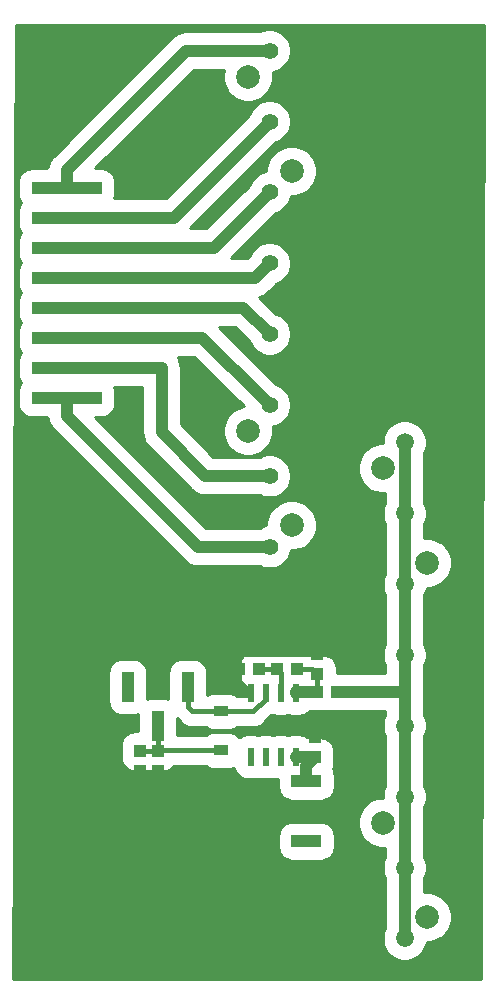
<source format=gbr>
G04 #@! TF.GenerationSoftware,KiCad,Pcbnew,5.1.5+dfsg1-2~bpo9+1*
G04 #@! TF.CreationDate,2020-09-13T22:03:03-04:00*
G04 #@! TF.ProjectId,bed_of_phage_2,6265645f-6f66-45f7-9068-6167655f322e,rev?*
G04 #@! TF.SameCoordinates,PX3dfd240PY1be51d0*
G04 #@! TF.FileFunction,Copper,L1,Top*
G04 #@! TF.FilePolarity,Positive*
%FSLAX46Y46*%
G04 Gerber Fmt 4.6, Leading zero omitted, Abs format (unit mm)*
G04 Created by KiCad (PCBNEW 5.1.5+dfsg1-2~bpo9+1) date 2020-09-13 22:03:03*
%MOMM*%
%LPD*%
G04 APERTURE LIST*
%ADD10R,5.999480X1.018540*%
%ADD11R,0.998220X1.099820*%
%ADD12R,1.099820X0.998220*%
%ADD13R,1.000000X2.510000*%
%ADD14R,1.200000X0.900000*%
%ADD15R,2.510000X1.000000*%
%ADD16R,0.600000X1.550000*%
%ADD17C,2.000000*%
%ADD18C,1.400000*%
%ADD19C,1.500000*%
%ADD20C,1.000000*%
%ADD21C,0.400000*%
%ADD22C,0.250000*%
%ADD23C,0.254000*%
G04 APERTURE END LIST*
D10*
X4696497Y-13913072D03*
X4696497Y-16453072D03*
X4696497Y-18993072D03*
X4696497Y-21533072D03*
X4696497Y-24073072D03*
X4696497Y-26613072D03*
X4696497Y-29153072D03*
X4696497Y-31693072D03*
D11*
X10945000Y-61626640D03*
X10945000Y-63323360D03*
D12*
X20973360Y-54675000D03*
X19276640Y-54675000D03*
X24221720Y-54675000D03*
X22525000Y-54675000D03*
D11*
X25925000Y-55123360D03*
X25925000Y-53426640D03*
X12405000Y-61626640D03*
X12405000Y-63323360D03*
X25725000Y-62123361D03*
X25725000Y-60426641D03*
D12*
X25924999Y-56625000D03*
X27621719Y-56625000D03*
D13*
X12405000Y-59500000D03*
X9865000Y-56190000D03*
X14945000Y-56190000D03*
D14*
X17775000Y-61555000D03*
X17775000Y-58255000D03*
D15*
X21699999Y-66705000D03*
X25009999Y-64165000D03*
X25009999Y-69245000D03*
D16*
X24085200Y-62095001D03*
X22815200Y-62095001D03*
X21545200Y-62095001D03*
X20275200Y-62095001D03*
X20275200Y-56695001D03*
X21545200Y-56695001D03*
X22815200Y-56695001D03*
X24085200Y-56695001D03*
D17*
X23749622Y-42498771D03*
X20043372Y-34498772D03*
D18*
X21896497Y-2313072D03*
X21896498Y-14313072D03*
X21896497Y-44313072D03*
X21896498Y-32313072D03*
X21896498Y-8313072D03*
D17*
X20046497Y-4498772D03*
D18*
X21896497Y-38313072D03*
D17*
X23749622Y-12498772D03*
D18*
X21896497Y-26313072D03*
X21896497Y-20313072D03*
D17*
X35175000Y-75670700D03*
X31475000Y-67670699D03*
X35175000Y-45670700D03*
X31475000Y-37670700D03*
D19*
X33325000Y-71475000D03*
X33324999Y-47475000D03*
X33325000Y-41475000D03*
X33325000Y-35475000D03*
X33325000Y-77475000D03*
X33325000Y-65475001D03*
X33325000Y-59475000D03*
X33325000Y-53475000D03*
D18*
X33315000Y-35485000D03*
X33315000Y-41485000D03*
X33314999Y-47485000D03*
X33315000Y-53485000D03*
X33315000Y-59485000D03*
X33315000Y-65485001D03*
X33315000Y-71485000D03*
X33315000Y-77485000D03*
D20*
X4696497Y-13913072D02*
X4696497Y-12403802D01*
X16196497Y-26613071D02*
X21296498Y-31713072D01*
X4696497Y-21533072D02*
X20676497Y-21533071D01*
X21296498Y-31713072D02*
X21896498Y-32313072D01*
X4696497Y-24073072D02*
X19656497Y-24073072D01*
X4696497Y-26613071D02*
X16196497Y-26613071D01*
X20676497Y-21533071D02*
X21896497Y-20313072D01*
X19656497Y-24073072D02*
X21896497Y-26313072D01*
X20906548Y-44313071D02*
X21896497Y-44313072D01*
X4696497Y-12403802D02*
X14787227Y-2313072D01*
X12736497Y-34623072D02*
X16426497Y-38313072D01*
X4696497Y-16453071D02*
X13756497Y-16453072D01*
X20906549Y-2313072D02*
X21896497Y-2313072D01*
X4696497Y-18993072D02*
X17216497Y-18993072D01*
X4696498Y-29153072D02*
X12736497Y-29153072D01*
X14787227Y-2313072D02*
X20906549Y-2313072D01*
X15807227Y-44313072D02*
X20906548Y-44313071D01*
X4696497Y-33202342D02*
X15807227Y-44313072D01*
X17216497Y-18993072D02*
X21896498Y-14313072D01*
X4696497Y-31693072D02*
X4696497Y-33202342D01*
X16426497Y-38313072D02*
X21896497Y-38313072D01*
X12736497Y-29153072D02*
X12736497Y-34623072D01*
X13756497Y-16453072D02*
X21896498Y-8313072D01*
X24155200Y-56625000D02*
X24085199Y-56695001D01*
X25925000Y-56625000D02*
X24155200Y-56625000D01*
D21*
X25925000Y-55123360D02*
X25925000Y-56625000D01*
X25476640Y-54675000D02*
X25925000Y-55123360D01*
X24221720Y-54675000D02*
X25476640Y-54675000D01*
D20*
X33325000Y-35475000D02*
X33325000Y-56475001D01*
X33325000Y-56475001D02*
X33325000Y-77475000D01*
X33175000Y-56625001D02*
X33325000Y-56475001D01*
X27621720Y-56625001D02*
X33175000Y-56625001D01*
X25696641Y-62095001D02*
X25725000Y-62123360D01*
D21*
X19276639Y-55696442D02*
X20275199Y-56695001D01*
X19276640Y-54675000D02*
X19276639Y-55696442D01*
X19276640Y-53775890D02*
X19276640Y-54675000D01*
X19625890Y-53426640D02*
X19276640Y-53775890D01*
X25925000Y-53426640D02*
X19625890Y-53426640D01*
X22815198Y-54965199D02*
X22525000Y-54675000D01*
X22815199Y-56695001D02*
X22815198Y-54965199D01*
X20973360Y-54675000D02*
X22525000Y-54675000D01*
D20*
X24085199Y-62095000D02*
X25696641Y-62095001D01*
X25010001Y-62838360D02*
X25725000Y-62123360D01*
X25010000Y-64165000D02*
X25010001Y-62838360D01*
D22*
X19276640Y-53925890D02*
X19276640Y-54675000D01*
D21*
X12405001Y-59500000D02*
X12405000Y-61626640D01*
X10945000Y-61626640D02*
X12405000Y-61626640D01*
X12476640Y-61555000D02*
X12405000Y-61626640D01*
X17775001Y-61555000D02*
X12476640Y-61555000D01*
X15355001Y-58255000D02*
X16775000Y-58255000D01*
X16775000Y-58255000D02*
X17775000Y-58255000D01*
X14945000Y-57845000D02*
X15355001Y-58255000D01*
X14945000Y-56190000D02*
X14945000Y-57845000D01*
X18775000Y-58255000D02*
X17775000Y-58255000D01*
X20460200Y-58255000D02*
X18775000Y-58255000D01*
X21545199Y-57170001D02*
X20460200Y-58255000D01*
X21545199Y-56695001D02*
X21545199Y-57170001D01*
D23*
G36*
X39811345Y-80873000D02*
G01*
X189238Y-80873000D01*
X217063Y-68745000D01*
X22622546Y-68745000D01*
X22622546Y-69745000D01*
X22644306Y-69965931D01*
X22708749Y-70178371D01*
X22813399Y-70374157D01*
X22954234Y-70545765D01*
X23125842Y-70686600D01*
X23321628Y-70791250D01*
X23534068Y-70855693D01*
X23754999Y-70877453D01*
X26264999Y-70877453D01*
X26485930Y-70855693D01*
X26698370Y-70791250D01*
X26894156Y-70686600D01*
X27065764Y-70545765D01*
X27206599Y-70374157D01*
X27311249Y-70178371D01*
X27375692Y-69965931D01*
X27397452Y-69745000D01*
X27397452Y-68745000D01*
X27375692Y-68524069D01*
X27311249Y-68311629D01*
X27206599Y-68115843D01*
X27065764Y-67944235D01*
X26894156Y-67803400D01*
X26698370Y-67698750D01*
X26485930Y-67634307D01*
X26264999Y-67612547D01*
X23754999Y-67612547D01*
X23534068Y-67634307D01*
X23321628Y-67698750D01*
X23125842Y-67803400D01*
X22954234Y-67944235D01*
X22813399Y-68115843D01*
X22708749Y-68311629D01*
X22644306Y-68524069D01*
X22622546Y-68745000D01*
X217063Y-68745000D01*
X248747Y-54935000D01*
X8232547Y-54935000D01*
X8232547Y-57445000D01*
X8254307Y-57665931D01*
X8318750Y-57878371D01*
X8423400Y-58074157D01*
X8564235Y-58245765D01*
X8735843Y-58386600D01*
X8931629Y-58491250D01*
X9144069Y-58555693D01*
X9365000Y-58577453D01*
X10365000Y-58577453D01*
X10585931Y-58555693D01*
X10772547Y-58499084D01*
X10772547Y-59944277D01*
X10445890Y-59944277D01*
X10224959Y-59966037D01*
X10012519Y-60030480D01*
X9816733Y-60135130D01*
X9645125Y-60275965D01*
X9504290Y-60447573D01*
X9399640Y-60643359D01*
X9335197Y-60855799D01*
X9313437Y-61076730D01*
X9313437Y-62176550D01*
X9335197Y-62397481D01*
X9399640Y-62609921D01*
X9504290Y-62805707D01*
X9645125Y-62977315D01*
X9816733Y-63118150D01*
X10012519Y-63222800D01*
X10224959Y-63287243D01*
X10445890Y-63309003D01*
X11444110Y-63309003D01*
X11665041Y-63287243D01*
X11675000Y-63284222D01*
X11684959Y-63287243D01*
X11905890Y-63309003D01*
X12904110Y-63309003D01*
X13125041Y-63287243D01*
X13337481Y-63222800D01*
X13533267Y-63118150D01*
X13704875Y-62977315D01*
X13783098Y-62882000D01*
X16467128Y-62882000D01*
X16545843Y-62946600D01*
X16741629Y-63051250D01*
X16954069Y-63115693D01*
X17175000Y-63137453D01*
X18375000Y-63137453D01*
X18595931Y-63115693D01*
X18808371Y-63051250D01*
X18857987Y-63024730D01*
X18864507Y-63090932D01*
X18928950Y-63303372D01*
X19033600Y-63499158D01*
X19174435Y-63670766D01*
X19346043Y-63811601D01*
X19541829Y-63916251D01*
X19754269Y-63980694D01*
X19975200Y-64002454D01*
X20575200Y-64002454D01*
X20796131Y-63980694D01*
X20910200Y-63946092D01*
X21024269Y-63980694D01*
X21245200Y-64002454D01*
X21845200Y-64002454D01*
X22066131Y-63980694D01*
X22180200Y-63946092D01*
X22294269Y-63980694D01*
X22515200Y-64002454D01*
X22622546Y-64002454D01*
X22622546Y-64665000D01*
X22644306Y-64885931D01*
X22708749Y-65098371D01*
X22813399Y-65294157D01*
X22954234Y-65465765D01*
X23125842Y-65606600D01*
X23321628Y-65711250D01*
X23534068Y-65775693D01*
X23754999Y-65797453D01*
X24985449Y-65797453D01*
X25009999Y-65799871D01*
X25034550Y-65797453D01*
X26264999Y-65797453D01*
X26485930Y-65775693D01*
X26698370Y-65711250D01*
X26894156Y-65606600D01*
X27065764Y-65465765D01*
X27206599Y-65294157D01*
X27311249Y-65098371D01*
X27375692Y-64885931D01*
X27397452Y-64665000D01*
X27397452Y-63665000D01*
X27375692Y-63444069D01*
X27311249Y-63231629D01*
X27257401Y-63130887D01*
X27270360Y-63106642D01*
X27334803Y-62894202D01*
X27356563Y-62673271D01*
X27356563Y-62156956D01*
X27359872Y-62123360D01*
X27356563Y-62089764D01*
X27356563Y-61573451D01*
X27334803Y-61352520D01*
X27270360Y-61140080D01*
X27165710Y-60944294D01*
X27024875Y-60772686D01*
X26853267Y-60631851D01*
X26657481Y-60527201D01*
X26445041Y-60462758D01*
X26224110Y-60440998D01*
X25225890Y-60440998D01*
X25105125Y-60452892D01*
X25014357Y-60378401D01*
X24818571Y-60273751D01*
X24606131Y-60209308D01*
X24385200Y-60187548D01*
X23785200Y-60187548D01*
X23564269Y-60209308D01*
X23450200Y-60243910D01*
X23336131Y-60209308D01*
X23115200Y-60187548D01*
X22515200Y-60187548D01*
X22294269Y-60209308D01*
X22180200Y-60243910D01*
X22066131Y-60209308D01*
X21845200Y-60187548D01*
X21245200Y-60187548D01*
X21024269Y-60209308D01*
X20910200Y-60243910D01*
X20796131Y-60209308D01*
X20575200Y-60187548D01*
X19975200Y-60187548D01*
X19754269Y-60209308D01*
X19541829Y-60273751D01*
X19346043Y-60378401D01*
X19280665Y-60432056D01*
X19175765Y-60304235D01*
X19004157Y-60163400D01*
X18808371Y-60058750D01*
X18595931Y-59994307D01*
X18375000Y-59972547D01*
X17175000Y-59972547D01*
X16954069Y-59994307D01*
X16741629Y-60058750D01*
X16545843Y-60163400D01*
X16467128Y-60228000D01*
X14037453Y-60228000D01*
X14037453Y-58816858D01*
X14052762Y-58829422D01*
X14370576Y-59147236D01*
X14412131Y-59197870D01*
X14614193Y-59363698D01*
X14844723Y-59486919D01*
X15094864Y-59562799D01*
X15289817Y-59582000D01*
X15289828Y-59582000D01*
X15355002Y-59588419D01*
X15420173Y-59582000D01*
X16467128Y-59582000D01*
X16545843Y-59646600D01*
X16741629Y-59751250D01*
X16954069Y-59815693D01*
X17175000Y-59837453D01*
X18375000Y-59837453D01*
X18595931Y-59815693D01*
X18808371Y-59751250D01*
X19004157Y-59646600D01*
X19082872Y-59582000D01*
X20395026Y-59582000D01*
X20460200Y-59588419D01*
X20525374Y-59582000D01*
X20525384Y-59582000D01*
X20720337Y-59562799D01*
X20970478Y-59486919D01*
X21201008Y-59363698D01*
X21403070Y-59197870D01*
X21444625Y-59147235D01*
X22005162Y-58586699D01*
X22066131Y-58580694D01*
X22180200Y-58546092D01*
X22294269Y-58580694D01*
X22515200Y-58602454D01*
X23115200Y-58602454D01*
X23336131Y-58580694D01*
X23450200Y-58546092D01*
X23564269Y-58580694D01*
X23785200Y-58602454D01*
X24385200Y-58602454D01*
X24606131Y-58580694D01*
X24818571Y-58516251D01*
X25014357Y-58411601D01*
X25185965Y-58270766D01*
X25201366Y-58252000D01*
X25328761Y-58252000D01*
X25375089Y-58256563D01*
X26474909Y-58256563D01*
X26695840Y-58234803D01*
X26773359Y-58211288D01*
X26850878Y-58234803D01*
X27071809Y-58256563D01*
X28171629Y-58256563D01*
X28217947Y-58252001D01*
X31698000Y-58252001D01*
X31698000Y-58531466D01*
X31661624Y-58585907D01*
X31520132Y-58927499D01*
X31448000Y-59290132D01*
X31448000Y-59659868D01*
X31520132Y-60022501D01*
X31661624Y-60364093D01*
X31698000Y-60418534D01*
X31698000Y-64531467D01*
X31661624Y-64585908D01*
X31520132Y-64927500D01*
X31448000Y-65290133D01*
X31448000Y-65543699D01*
X31265509Y-65543699D01*
X30854577Y-65625438D01*
X30467488Y-65785776D01*
X30119116Y-66018550D01*
X29822851Y-66314815D01*
X29590077Y-66663187D01*
X29429739Y-67050276D01*
X29348000Y-67461208D01*
X29348000Y-67880190D01*
X29429739Y-68291122D01*
X29590077Y-68678211D01*
X29822851Y-69026583D01*
X30119116Y-69322848D01*
X30467488Y-69555622D01*
X30854577Y-69715960D01*
X31265509Y-69797699D01*
X31684491Y-69797699D01*
X31698001Y-69795012D01*
X31698001Y-70531466D01*
X31661624Y-70585907D01*
X31520132Y-70927499D01*
X31448000Y-71290132D01*
X31448000Y-71659868D01*
X31520132Y-72022501D01*
X31661624Y-72364093D01*
X31698001Y-72418535D01*
X31698001Y-76531465D01*
X31661624Y-76585907D01*
X31520132Y-76927499D01*
X31448000Y-77290132D01*
X31448000Y-77659868D01*
X31520132Y-78022501D01*
X31661624Y-78364093D01*
X31867039Y-78671518D01*
X32128482Y-78932961D01*
X32435907Y-79138376D01*
X32777499Y-79279868D01*
X33140132Y-79352000D01*
X33509868Y-79352000D01*
X33872501Y-79279868D01*
X34214093Y-79138376D01*
X34521518Y-78932961D01*
X34782961Y-78671518D01*
X34988376Y-78364093D01*
X35129868Y-78022501D01*
X35174584Y-77797700D01*
X35384491Y-77797700D01*
X35795423Y-77715961D01*
X36182512Y-77555623D01*
X36530884Y-77322849D01*
X36827149Y-77026584D01*
X37059923Y-76678212D01*
X37220261Y-76291123D01*
X37302000Y-75880191D01*
X37302000Y-75461209D01*
X37220261Y-75050277D01*
X37059923Y-74663188D01*
X36827149Y-74314816D01*
X36530884Y-74018551D01*
X36182512Y-73785777D01*
X35795423Y-73625439D01*
X35384491Y-73543700D01*
X34965509Y-73543700D01*
X34952000Y-73546387D01*
X34952000Y-72418533D01*
X34988376Y-72364093D01*
X35129868Y-72022501D01*
X35202000Y-71659868D01*
X35202000Y-71290132D01*
X35129868Y-70927499D01*
X34988376Y-70585907D01*
X34952000Y-70531467D01*
X34952000Y-66418534D01*
X34988376Y-66364094D01*
X35129868Y-66022502D01*
X35202000Y-65659869D01*
X35202000Y-65290133D01*
X35129868Y-64927500D01*
X34988376Y-64585908D01*
X34952000Y-64531468D01*
X34952000Y-60418533D01*
X34988376Y-60364093D01*
X35129868Y-60022501D01*
X35202000Y-59659868D01*
X35202000Y-59290132D01*
X35129868Y-58927499D01*
X34988376Y-58585907D01*
X34952000Y-58531467D01*
X34952000Y-56554916D01*
X34959871Y-56475002D01*
X34952000Y-56395087D01*
X34952000Y-54418533D01*
X34988376Y-54364093D01*
X35129868Y-54022501D01*
X35202000Y-53659868D01*
X35202000Y-53290132D01*
X35129868Y-52927499D01*
X34988376Y-52585907D01*
X34952000Y-52531467D01*
X34952000Y-48418532D01*
X34988375Y-48364093D01*
X35129867Y-48022501D01*
X35174583Y-47797700D01*
X35384491Y-47797700D01*
X35795423Y-47715961D01*
X36182512Y-47555623D01*
X36530884Y-47322849D01*
X36827149Y-47026584D01*
X37059923Y-46678212D01*
X37220261Y-46291123D01*
X37302000Y-45880191D01*
X37302000Y-45461209D01*
X37220261Y-45050277D01*
X37059923Y-44663188D01*
X36827149Y-44314816D01*
X36530884Y-44018551D01*
X36182512Y-43785777D01*
X35795423Y-43625439D01*
X35384491Y-43543700D01*
X34965509Y-43543700D01*
X34952000Y-43546387D01*
X34952000Y-42418533D01*
X34988376Y-42364093D01*
X35129868Y-42022501D01*
X35202000Y-41659868D01*
X35202000Y-41290132D01*
X35129868Y-40927499D01*
X34988376Y-40585907D01*
X34952000Y-40531467D01*
X34952000Y-36418533D01*
X34988376Y-36364093D01*
X35129868Y-36022501D01*
X35202000Y-35659868D01*
X35202000Y-35290132D01*
X35129868Y-34927499D01*
X34988376Y-34585907D01*
X34782961Y-34278482D01*
X34521518Y-34017039D01*
X34214093Y-33811624D01*
X33872501Y-33670132D01*
X33509868Y-33598000D01*
X33140132Y-33598000D01*
X32777499Y-33670132D01*
X32435907Y-33811624D01*
X32128482Y-34017039D01*
X31867039Y-34278482D01*
X31661624Y-34585907D01*
X31520132Y-34927499D01*
X31448000Y-35290132D01*
X31448000Y-35543700D01*
X31265509Y-35543700D01*
X30854577Y-35625439D01*
X30467488Y-35785777D01*
X30119116Y-36018551D01*
X29822851Y-36314816D01*
X29590077Y-36663188D01*
X29429739Y-37050277D01*
X29348000Y-37461209D01*
X29348000Y-37880191D01*
X29429739Y-38291123D01*
X29590077Y-38678212D01*
X29822851Y-39026584D01*
X30119116Y-39322849D01*
X30467488Y-39555623D01*
X30854577Y-39715961D01*
X31265509Y-39797700D01*
X31684491Y-39797700D01*
X31698000Y-39795013D01*
X31698000Y-40531466D01*
X31661624Y-40585907D01*
X31520132Y-40927499D01*
X31448000Y-41290132D01*
X31448000Y-41659868D01*
X31520132Y-42022501D01*
X31661624Y-42364093D01*
X31698000Y-42418534D01*
X31698001Y-46531464D01*
X31661623Y-46585907D01*
X31520131Y-46927499D01*
X31447999Y-47290132D01*
X31447999Y-47659868D01*
X31520131Y-48022501D01*
X31661623Y-48364093D01*
X31698001Y-48418536D01*
X31698001Y-52531465D01*
X31661624Y-52585907D01*
X31520132Y-52927499D01*
X31448000Y-53290132D01*
X31448000Y-53659868D01*
X31520132Y-54022501D01*
X31661624Y-54364093D01*
X31698001Y-54418535D01*
X31698001Y-54998001D01*
X28217968Y-54998001D01*
X28171629Y-54993437D01*
X27556563Y-54993437D01*
X27556563Y-54573450D01*
X27534803Y-54352519D01*
X27470360Y-54140079D01*
X27365710Y-53944293D01*
X27224875Y-53772685D01*
X27053267Y-53631850D01*
X26857481Y-53527200D01*
X26645041Y-53462757D01*
X26424110Y-53440997D01*
X25980048Y-53440997D01*
X25736777Y-53367201D01*
X25541824Y-53348000D01*
X25541814Y-53348000D01*
X25539006Y-53347723D01*
X25400787Y-53234290D01*
X25205001Y-53129640D01*
X24992561Y-53065197D01*
X24771630Y-53043437D01*
X23671810Y-53043437D01*
X23450879Y-53065197D01*
X23373360Y-53088712D01*
X23295841Y-53065197D01*
X23074910Y-53043437D01*
X21975090Y-53043437D01*
X21754159Y-53065197D01*
X21749180Y-53066707D01*
X21744201Y-53065197D01*
X21523270Y-53043437D01*
X20423450Y-53043437D01*
X20202519Y-53065197D01*
X19990079Y-53129640D01*
X19794293Y-53234290D01*
X19622685Y-53375125D01*
X19481850Y-53546733D01*
X19377200Y-53742519D01*
X19312757Y-53954959D01*
X19290997Y-54175890D01*
X19290997Y-55174110D01*
X19312757Y-55395041D01*
X19377200Y-55607481D01*
X19481850Y-55803267D01*
X19622685Y-55974875D01*
X19794293Y-56115710D01*
X19990079Y-56220360D01*
X20112747Y-56257571D01*
X20112747Y-56725792D01*
X19910540Y-56928000D01*
X19082872Y-56928000D01*
X19004157Y-56863400D01*
X18808371Y-56758750D01*
X18595931Y-56694307D01*
X18375000Y-56672547D01*
X17175000Y-56672547D01*
X16954069Y-56694307D01*
X16741629Y-56758750D01*
X16577453Y-56846504D01*
X16577453Y-54935000D01*
X16555693Y-54714069D01*
X16491250Y-54501629D01*
X16386600Y-54305843D01*
X16245765Y-54134235D01*
X16074157Y-53993400D01*
X15878371Y-53888750D01*
X15665931Y-53824307D01*
X15445000Y-53802547D01*
X14445000Y-53802547D01*
X14224069Y-53824307D01*
X14011629Y-53888750D01*
X13815843Y-53993400D01*
X13644235Y-54134235D01*
X13503400Y-54305843D01*
X13398750Y-54501629D01*
X13334307Y-54714069D01*
X13312547Y-54935000D01*
X13312547Y-57190916D01*
X13125931Y-57134307D01*
X12905000Y-57112547D01*
X11905000Y-57112547D01*
X11684069Y-57134307D01*
X11497453Y-57190916D01*
X11497453Y-54935000D01*
X11475693Y-54714069D01*
X11411250Y-54501629D01*
X11306600Y-54305843D01*
X11165765Y-54134235D01*
X10994157Y-53993400D01*
X10798371Y-53888750D01*
X10585931Y-53824307D01*
X10365000Y-53802547D01*
X9365000Y-53802547D01*
X9144069Y-53824307D01*
X8931629Y-53888750D01*
X8735843Y-53993400D01*
X8564235Y-54134235D01*
X8423400Y-54305843D01*
X8318750Y-54501629D01*
X8254307Y-54714069D01*
X8232547Y-54935000D01*
X248747Y-54935000D01*
X344032Y-13403802D01*
X564304Y-13403802D01*
X564304Y-14422342D01*
X586064Y-14643273D01*
X650507Y-14855713D01*
X755157Y-15051499D01*
X863136Y-15183072D01*
X755157Y-15314645D01*
X650507Y-15510431D01*
X586064Y-15722871D01*
X564304Y-15943802D01*
X564304Y-16962342D01*
X586064Y-17183273D01*
X650507Y-17395713D01*
X755157Y-17591499D01*
X863136Y-17723072D01*
X755157Y-17854645D01*
X650507Y-18050431D01*
X586064Y-18262871D01*
X564304Y-18483802D01*
X564304Y-19502342D01*
X586064Y-19723273D01*
X650507Y-19935713D01*
X755157Y-20131499D01*
X863136Y-20263072D01*
X755157Y-20394645D01*
X650507Y-20590431D01*
X586064Y-20802871D01*
X564304Y-21023802D01*
X564304Y-22042342D01*
X586064Y-22263273D01*
X650507Y-22475713D01*
X755157Y-22671499D01*
X863136Y-22803072D01*
X755157Y-22934645D01*
X650507Y-23130431D01*
X586064Y-23342871D01*
X564304Y-23563802D01*
X564304Y-24582342D01*
X586064Y-24803273D01*
X650507Y-25015713D01*
X755157Y-25211499D01*
X863136Y-25343072D01*
X755157Y-25474645D01*
X650507Y-25670431D01*
X586064Y-25882871D01*
X564304Y-26103802D01*
X564304Y-27122342D01*
X586064Y-27343273D01*
X650507Y-27555713D01*
X755157Y-27751499D01*
X863136Y-27883072D01*
X755157Y-28014645D01*
X650507Y-28210431D01*
X586064Y-28422871D01*
X564304Y-28643802D01*
X564304Y-29662342D01*
X586064Y-29883273D01*
X650507Y-30095713D01*
X755157Y-30291499D01*
X863136Y-30423072D01*
X755157Y-30554645D01*
X650507Y-30750431D01*
X586064Y-30962871D01*
X564304Y-31183802D01*
X564304Y-32202342D01*
X586064Y-32423273D01*
X650507Y-32635713D01*
X755157Y-32831499D01*
X895992Y-33003107D01*
X1067600Y-33143942D01*
X1263386Y-33248592D01*
X1475826Y-33313035D01*
X1696757Y-33334795D01*
X3074671Y-33334795D01*
X3093039Y-33521290D01*
X3157017Y-33732196D01*
X3186073Y-33827980D01*
X3337151Y-34110627D01*
X3489519Y-34296289D01*
X3489523Y-34296293D01*
X3540469Y-34358371D01*
X3602547Y-34409317D01*
X14600258Y-45407029D01*
X14651199Y-45469101D01*
X14713271Y-45520042D01*
X14713279Y-45520050D01*
X14898941Y-45672418D01*
X15010778Y-45732196D01*
X15181590Y-45823497D01*
X15488280Y-45916530D01*
X15727303Y-45940072D01*
X15727312Y-45940072D01*
X15807226Y-45947943D01*
X15887141Y-45940072D01*
X20855300Y-45940070D01*
X21050238Y-45940070D01*
X21363581Y-46069861D01*
X21716553Y-46140072D01*
X22076441Y-46140072D01*
X22429413Y-46069861D01*
X22761906Y-45932138D01*
X23061142Y-45732196D01*
X23315621Y-45477717D01*
X23515563Y-45178481D01*
X23653286Y-44845988D01*
X23697090Y-44625771D01*
X23959113Y-44625771D01*
X24370045Y-44544032D01*
X24757134Y-44383694D01*
X25105506Y-44150920D01*
X25401771Y-43854655D01*
X25634545Y-43506283D01*
X25794883Y-43119194D01*
X25876622Y-42708262D01*
X25876622Y-42289280D01*
X25794883Y-41878348D01*
X25634545Y-41491259D01*
X25401771Y-41142887D01*
X25105506Y-40846622D01*
X24757134Y-40613848D01*
X24370045Y-40453510D01*
X23959113Y-40371771D01*
X23540131Y-40371771D01*
X23129199Y-40453510D01*
X22742110Y-40613848D01*
X22393738Y-40846622D01*
X22097473Y-41142887D01*
X21864699Y-41491259D01*
X21704361Y-41878348D01*
X21622622Y-42289280D01*
X21622622Y-42504756D01*
X21363581Y-42556283D01*
X21050244Y-42686071D01*
X20826624Y-42686071D01*
X16481154Y-42686073D01*
X7129875Y-33334795D01*
X7696237Y-33334795D01*
X7917168Y-33313035D01*
X8129608Y-33248592D01*
X8325394Y-33143942D01*
X8497002Y-33003107D01*
X8637837Y-32831499D01*
X8742487Y-32635713D01*
X8806930Y-32423273D01*
X8828690Y-32202342D01*
X8828690Y-31183802D01*
X8806930Y-30962871D01*
X8751479Y-30780072D01*
X11109497Y-30780072D01*
X11109498Y-34543148D01*
X11101626Y-34623072D01*
X11133040Y-34942019D01*
X11226073Y-35248710D01*
X11377151Y-35531357D01*
X11529519Y-35717019D01*
X11529523Y-35717023D01*
X11580469Y-35779101D01*
X11642547Y-35830047D01*
X15219522Y-39407023D01*
X15270468Y-39469101D01*
X15332546Y-39520047D01*
X15332549Y-39520050D01*
X15427532Y-39598000D01*
X15518211Y-39672418D01*
X15800859Y-39823497D01*
X16107549Y-39916530D01*
X16346572Y-39940072D01*
X16346582Y-39940072D01*
X16426496Y-39947943D01*
X16506411Y-39940072D01*
X21050242Y-39940072D01*
X21363581Y-40069861D01*
X21716553Y-40140072D01*
X22076441Y-40140072D01*
X22429413Y-40069861D01*
X22761906Y-39932138D01*
X23061142Y-39732196D01*
X23315621Y-39477717D01*
X23515563Y-39178481D01*
X23653286Y-38845988D01*
X23723497Y-38493016D01*
X23723497Y-38133128D01*
X23653286Y-37780156D01*
X23515563Y-37447663D01*
X23315621Y-37148427D01*
X23061142Y-36893948D01*
X22761906Y-36694006D01*
X22429413Y-36556283D01*
X22076441Y-36486072D01*
X21716553Y-36486072D01*
X21363581Y-36556283D01*
X21050242Y-36686072D01*
X17100423Y-36686072D01*
X14363497Y-33949147D01*
X14363497Y-29232997D01*
X14371369Y-29153072D01*
X14339955Y-28834124D01*
X14246922Y-28527434D01*
X14095843Y-28244786D01*
X14091974Y-28240071D01*
X15522572Y-28240071D01*
X19684072Y-32401571D01*
X19422949Y-32453511D01*
X19035860Y-32613849D01*
X18687488Y-32846623D01*
X18391223Y-33142888D01*
X18158449Y-33491260D01*
X17998111Y-33878349D01*
X17916372Y-34289281D01*
X17916372Y-34708263D01*
X17998111Y-35119195D01*
X18158449Y-35506284D01*
X18391223Y-35854656D01*
X18687488Y-36150921D01*
X19035860Y-36383695D01*
X19422949Y-36544033D01*
X19833881Y-36625772D01*
X20252863Y-36625772D01*
X20663795Y-36544033D01*
X21050884Y-36383695D01*
X21399256Y-36150921D01*
X21695521Y-35854656D01*
X21928295Y-35506284D01*
X22088633Y-35119195D01*
X22170372Y-34708263D01*
X22170372Y-34289281D01*
X22138247Y-34127778D01*
X22429414Y-34069861D01*
X22761907Y-33932138D01*
X23061143Y-33732196D01*
X23315622Y-33477717D01*
X23515564Y-33178481D01*
X23653287Y-32845988D01*
X23723498Y-32493016D01*
X23723498Y-32133128D01*
X23653287Y-31780156D01*
X23515564Y-31447663D01*
X23315622Y-31148427D01*
X23061143Y-30893948D01*
X22761907Y-30694006D01*
X22448568Y-30564217D01*
X17584423Y-25700072D01*
X18982572Y-25700072D01*
X20147642Y-26865142D01*
X20277431Y-27178481D01*
X20477373Y-27477717D01*
X20731852Y-27732196D01*
X21031088Y-27932138D01*
X21363581Y-28069861D01*
X21716553Y-28140072D01*
X22076441Y-28140072D01*
X22429413Y-28069861D01*
X22761906Y-27932138D01*
X23061142Y-27732196D01*
X23315621Y-27477717D01*
X23515563Y-27178481D01*
X23653286Y-26845988D01*
X23723497Y-26493016D01*
X23723497Y-26133128D01*
X23653286Y-25780156D01*
X23515563Y-25447663D01*
X23315621Y-25148427D01*
X23061142Y-24893948D01*
X22761906Y-24694006D01*
X22448567Y-24564217D01*
X21014959Y-23130609D01*
X21302135Y-23043495D01*
X21584782Y-22892417D01*
X21770443Y-22740049D01*
X21832526Y-22689099D01*
X21883476Y-22627016D01*
X22448565Y-22061928D01*
X22761906Y-21932138D01*
X23061142Y-21732196D01*
X23315621Y-21477717D01*
X23515563Y-21178481D01*
X23653286Y-20845988D01*
X23723497Y-20493016D01*
X23723497Y-20133128D01*
X23653286Y-19780156D01*
X23515563Y-19447663D01*
X23315621Y-19148427D01*
X23061142Y-18893948D01*
X22761906Y-18694006D01*
X22429413Y-18556283D01*
X22076441Y-18486072D01*
X21716553Y-18486072D01*
X21363581Y-18556283D01*
X21031088Y-18694006D01*
X20731852Y-18893948D01*
X20477373Y-19148427D01*
X20277431Y-19447663D01*
X20147642Y-19761002D01*
X20002573Y-19906071D01*
X18604423Y-19906071D01*
X22448567Y-16061927D01*
X22761907Y-15932138D01*
X23061143Y-15732196D01*
X23315622Y-15477717D01*
X23515564Y-15178481D01*
X23653287Y-14845988D01*
X23697091Y-14625772D01*
X23959113Y-14625772D01*
X24370045Y-14544033D01*
X24757134Y-14383695D01*
X25105506Y-14150921D01*
X25401771Y-13854656D01*
X25634545Y-13506284D01*
X25794883Y-13119195D01*
X25876622Y-12708263D01*
X25876622Y-12289281D01*
X25794883Y-11878349D01*
X25634545Y-11491260D01*
X25401771Y-11142888D01*
X25105506Y-10846623D01*
X24757134Y-10613849D01*
X24370045Y-10453511D01*
X23959113Y-10371772D01*
X23540131Y-10371772D01*
X23129199Y-10453511D01*
X22742110Y-10613849D01*
X22393738Y-10846623D01*
X22097473Y-11142888D01*
X21864699Y-11491260D01*
X21704361Y-11878349D01*
X21622622Y-12289281D01*
X21622622Y-12504756D01*
X21363582Y-12556283D01*
X21031089Y-12694006D01*
X20731853Y-12893948D01*
X20477374Y-13148427D01*
X20277432Y-13447663D01*
X20147643Y-13761001D01*
X16542572Y-17366072D01*
X15144422Y-17366072D01*
X22448569Y-10061927D01*
X22761907Y-9932138D01*
X23061143Y-9732196D01*
X23315622Y-9477717D01*
X23515564Y-9178481D01*
X23653287Y-8845988D01*
X23723498Y-8493016D01*
X23723498Y-8133128D01*
X23653287Y-7780156D01*
X23515564Y-7447663D01*
X23315622Y-7148427D01*
X23061143Y-6893948D01*
X22761907Y-6694006D01*
X22429414Y-6556283D01*
X22076442Y-6486072D01*
X21716554Y-6486072D01*
X21363582Y-6556283D01*
X21031089Y-6694006D01*
X20731853Y-6893948D01*
X20477374Y-7148427D01*
X20277432Y-7447663D01*
X20147643Y-7761001D01*
X13082571Y-14826073D01*
X8751479Y-14826072D01*
X8806930Y-14643273D01*
X8828690Y-14422342D01*
X8828690Y-13403802D01*
X8806930Y-13182871D01*
X8742487Y-12970431D01*
X8637837Y-12774645D01*
X8497002Y-12603037D01*
X8325394Y-12462202D01*
X8129608Y-12357552D01*
X7917168Y-12293109D01*
X7696237Y-12271349D01*
X7129875Y-12271349D01*
X15461153Y-3940072D01*
X17988959Y-3940072D01*
X17919497Y-4289281D01*
X17919497Y-4708263D01*
X18001236Y-5119195D01*
X18161574Y-5506284D01*
X18394348Y-5854656D01*
X18690613Y-6150921D01*
X19038985Y-6383695D01*
X19426074Y-6544033D01*
X19837006Y-6625772D01*
X20255988Y-6625772D01*
X20666920Y-6544033D01*
X21054009Y-6383695D01*
X21402381Y-6150921D01*
X21698646Y-5854656D01*
X21931420Y-5506284D01*
X22091758Y-5119195D01*
X22173497Y-4708263D01*
X22173497Y-4289281D01*
X22141253Y-4127180D01*
X22429413Y-4069861D01*
X22761906Y-3932138D01*
X23061142Y-3732196D01*
X23315621Y-3477717D01*
X23515563Y-3178481D01*
X23653286Y-2845988D01*
X23723497Y-2493016D01*
X23723497Y-2133128D01*
X23653286Y-1780156D01*
X23515563Y-1447663D01*
X23315621Y-1148427D01*
X23061142Y-893948D01*
X22761906Y-694006D01*
X22429413Y-556283D01*
X22076441Y-486072D01*
X21716553Y-486072D01*
X21363581Y-556283D01*
X21050242Y-686072D01*
X14867141Y-686072D01*
X14787226Y-678201D01*
X14707312Y-686072D01*
X14707302Y-686072D01*
X14468279Y-709614D01*
X14161589Y-802647D01*
X14161587Y-802648D01*
X13878941Y-953726D01*
X13693279Y-1106094D01*
X13693276Y-1106097D01*
X13631198Y-1157043D01*
X13580252Y-1219121D01*
X3602547Y-11196827D01*
X3540469Y-11247773D01*
X3489523Y-11309851D01*
X3489519Y-11309855D01*
X3340645Y-11491260D01*
X3337152Y-11495516D01*
X3186073Y-11778164D01*
X3093039Y-12084854D01*
X3074671Y-12271349D01*
X1696757Y-12271349D01*
X1475826Y-12293109D01*
X1263386Y-12357552D01*
X1067600Y-12462202D01*
X895992Y-12603037D01*
X755157Y-12774645D01*
X650507Y-12970431D01*
X586064Y-13182871D01*
X564304Y-13403802D01*
X344032Y-13403802D01*
X374494Y-127000D01*
X39996601Y-127000D01*
X39811345Y-80873000D01*
G37*
X39811345Y-80873000D02*
X189238Y-80873000D01*
X217063Y-68745000D01*
X22622546Y-68745000D01*
X22622546Y-69745000D01*
X22644306Y-69965931D01*
X22708749Y-70178371D01*
X22813399Y-70374157D01*
X22954234Y-70545765D01*
X23125842Y-70686600D01*
X23321628Y-70791250D01*
X23534068Y-70855693D01*
X23754999Y-70877453D01*
X26264999Y-70877453D01*
X26485930Y-70855693D01*
X26698370Y-70791250D01*
X26894156Y-70686600D01*
X27065764Y-70545765D01*
X27206599Y-70374157D01*
X27311249Y-70178371D01*
X27375692Y-69965931D01*
X27397452Y-69745000D01*
X27397452Y-68745000D01*
X27375692Y-68524069D01*
X27311249Y-68311629D01*
X27206599Y-68115843D01*
X27065764Y-67944235D01*
X26894156Y-67803400D01*
X26698370Y-67698750D01*
X26485930Y-67634307D01*
X26264999Y-67612547D01*
X23754999Y-67612547D01*
X23534068Y-67634307D01*
X23321628Y-67698750D01*
X23125842Y-67803400D01*
X22954234Y-67944235D01*
X22813399Y-68115843D01*
X22708749Y-68311629D01*
X22644306Y-68524069D01*
X22622546Y-68745000D01*
X217063Y-68745000D01*
X248747Y-54935000D01*
X8232547Y-54935000D01*
X8232547Y-57445000D01*
X8254307Y-57665931D01*
X8318750Y-57878371D01*
X8423400Y-58074157D01*
X8564235Y-58245765D01*
X8735843Y-58386600D01*
X8931629Y-58491250D01*
X9144069Y-58555693D01*
X9365000Y-58577453D01*
X10365000Y-58577453D01*
X10585931Y-58555693D01*
X10772547Y-58499084D01*
X10772547Y-59944277D01*
X10445890Y-59944277D01*
X10224959Y-59966037D01*
X10012519Y-60030480D01*
X9816733Y-60135130D01*
X9645125Y-60275965D01*
X9504290Y-60447573D01*
X9399640Y-60643359D01*
X9335197Y-60855799D01*
X9313437Y-61076730D01*
X9313437Y-62176550D01*
X9335197Y-62397481D01*
X9399640Y-62609921D01*
X9504290Y-62805707D01*
X9645125Y-62977315D01*
X9816733Y-63118150D01*
X10012519Y-63222800D01*
X10224959Y-63287243D01*
X10445890Y-63309003D01*
X11444110Y-63309003D01*
X11665041Y-63287243D01*
X11675000Y-63284222D01*
X11684959Y-63287243D01*
X11905890Y-63309003D01*
X12904110Y-63309003D01*
X13125041Y-63287243D01*
X13337481Y-63222800D01*
X13533267Y-63118150D01*
X13704875Y-62977315D01*
X13783098Y-62882000D01*
X16467128Y-62882000D01*
X16545843Y-62946600D01*
X16741629Y-63051250D01*
X16954069Y-63115693D01*
X17175000Y-63137453D01*
X18375000Y-63137453D01*
X18595931Y-63115693D01*
X18808371Y-63051250D01*
X18857987Y-63024730D01*
X18864507Y-63090932D01*
X18928950Y-63303372D01*
X19033600Y-63499158D01*
X19174435Y-63670766D01*
X19346043Y-63811601D01*
X19541829Y-63916251D01*
X19754269Y-63980694D01*
X19975200Y-64002454D01*
X20575200Y-64002454D01*
X20796131Y-63980694D01*
X20910200Y-63946092D01*
X21024269Y-63980694D01*
X21245200Y-64002454D01*
X21845200Y-64002454D01*
X22066131Y-63980694D01*
X22180200Y-63946092D01*
X22294269Y-63980694D01*
X22515200Y-64002454D01*
X22622546Y-64002454D01*
X22622546Y-64665000D01*
X22644306Y-64885931D01*
X22708749Y-65098371D01*
X22813399Y-65294157D01*
X22954234Y-65465765D01*
X23125842Y-65606600D01*
X23321628Y-65711250D01*
X23534068Y-65775693D01*
X23754999Y-65797453D01*
X24985449Y-65797453D01*
X25009999Y-65799871D01*
X25034550Y-65797453D01*
X26264999Y-65797453D01*
X26485930Y-65775693D01*
X26698370Y-65711250D01*
X26894156Y-65606600D01*
X27065764Y-65465765D01*
X27206599Y-65294157D01*
X27311249Y-65098371D01*
X27375692Y-64885931D01*
X27397452Y-64665000D01*
X27397452Y-63665000D01*
X27375692Y-63444069D01*
X27311249Y-63231629D01*
X27257401Y-63130887D01*
X27270360Y-63106642D01*
X27334803Y-62894202D01*
X27356563Y-62673271D01*
X27356563Y-62156956D01*
X27359872Y-62123360D01*
X27356563Y-62089764D01*
X27356563Y-61573451D01*
X27334803Y-61352520D01*
X27270360Y-61140080D01*
X27165710Y-60944294D01*
X27024875Y-60772686D01*
X26853267Y-60631851D01*
X26657481Y-60527201D01*
X26445041Y-60462758D01*
X26224110Y-60440998D01*
X25225890Y-60440998D01*
X25105125Y-60452892D01*
X25014357Y-60378401D01*
X24818571Y-60273751D01*
X24606131Y-60209308D01*
X24385200Y-60187548D01*
X23785200Y-60187548D01*
X23564269Y-60209308D01*
X23450200Y-60243910D01*
X23336131Y-60209308D01*
X23115200Y-60187548D01*
X22515200Y-60187548D01*
X22294269Y-60209308D01*
X22180200Y-60243910D01*
X22066131Y-60209308D01*
X21845200Y-60187548D01*
X21245200Y-60187548D01*
X21024269Y-60209308D01*
X20910200Y-60243910D01*
X20796131Y-60209308D01*
X20575200Y-60187548D01*
X19975200Y-60187548D01*
X19754269Y-60209308D01*
X19541829Y-60273751D01*
X19346043Y-60378401D01*
X19280665Y-60432056D01*
X19175765Y-60304235D01*
X19004157Y-60163400D01*
X18808371Y-60058750D01*
X18595931Y-59994307D01*
X18375000Y-59972547D01*
X17175000Y-59972547D01*
X16954069Y-59994307D01*
X16741629Y-60058750D01*
X16545843Y-60163400D01*
X16467128Y-60228000D01*
X14037453Y-60228000D01*
X14037453Y-58816858D01*
X14052762Y-58829422D01*
X14370576Y-59147236D01*
X14412131Y-59197870D01*
X14614193Y-59363698D01*
X14844723Y-59486919D01*
X15094864Y-59562799D01*
X15289817Y-59582000D01*
X15289828Y-59582000D01*
X15355002Y-59588419D01*
X15420173Y-59582000D01*
X16467128Y-59582000D01*
X16545843Y-59646600D01*
X16741629Y-59751250D01*
X16954069Y-59815693D01*
X17175000Y-59837453D01*
X18375000Y-59837453D01*
X18595931Y-59815693D01*
X18808371Y-59751250D01*
X19004157Y-59646600D01*
X19082872Y-59582000D01*
X20395026Y-59582000D01*
X20460200Y-59588419D01*
X20525374Y-59582000D01*
X20525384Y-59582000D01*
X20720337Y-59562799D01*
X20970478Y-59486919D01*
X21201008Y-59363698D01*
X21403070Y-59197870D01*
X21444625Y-59147235D01*
X22005162Y-58586699D01*
X22066131Y-58580694D01*
X22180200Y-58546092D01*
X22294269Y-58580694D01*
X22515200Y-58602454D01*
X23115200Y-58602454D01*
X23336131Y-58580694D01*
X23450200Y-58546092D01*
X23564269Y-58580694D01*
X23785200Y-58602454D01*
X24385200Y-58602454D01*
X24606131Y-58580694D01*
X24818571Y-58516251D01*
X25014357Y-58411601D01*
X25185965Y-58270766D01*
X25201366Y-58252000D01*
X25328761Y-58252000D01*
X25375089Y-58256563D01*
X26474909Y-58256563D01*
X26695840Y-58234803D01*
X26773359Y-58211288D01*
X26850878Y-58234803D01*
X27071809Y-58256563D01*
X28171629Y-58256563D01*
X28217947Y-58252001D01*
X31698000Y-58252001D01*
X31698000Y-58531466D01*
X31661624Y-58585907D01*
X31520132Y-58927499D01*
X31448000Y-59290132D01*
X31448000Y-59659868D01*
X31520132Y-60022501D01*
X31661624Y-60364093D01*
X31698000Y-60418534D01*
X31698000Y-64531467D01*
X31661624Y-64585908D01*
X31520132Y-64927500D01*
X31448000Y-65290133D01*
X31448000Y-65543699D01*
X31265509Y-65543699D01*
X30854577Y-65625438D01*
X30467488Y-65785776D01*
X30119116Y-66018550D01*
X29822851Y-66314815D01*
X29590077Y-66663187D01*
X29429739Y-67050276D01*
X29348000Y-67461208D01*
X29348000Y-67880190D01*
X29429739Y-68291122D01*
X29590077Y-68678211D01*
X29822851Y-69026583D01*
X30119116Y-69322848D01*
X30467488Y-69555622D01*
X30854577Y-69715960D01*
X31265509Y-69797699D01*
X31684491Y-69797699D01*
X31698001Y-69795012D01*
X31698001Y-70531466D01*
X31661624Y-70585907D01*
X31520132Y-70927499D01*
X31448000Y-71290132D01*
X31448000Y-71659868D01*
X31520132Y-72022501D01*
X31661624Y-72364093D01*
X31698001Y-72418535D01*
X31698001Y-76531465D01*
X31661624Y-76585907D01*
X31520132Y-76927499D01*
X31448000Y-77290132D01*
X31448000Y-77659868D01*
X31520132Y-78022501D01*
X31661624Y-78364093D01*
X31867039Y-78671518D01*
X32128482Y-78932961D01*
X32435907Y-79138376D01*
X32777499Y-79279868D01*
X33140132Y-79352000D01*
X33509868Y-79352000D01*
X33872501Y-79279868D01*
X34214093Y-79138376D01*
X34521518Y-78932961D01*
X34782961Y-78671518D01*
X34988376Y-78364093D01*
X35129868Y-78022501D01*
X35174584Y-77797700D01*
X35384491Y-77797700D01*
X35795423Y-77715961D01*
X36182512Y-77555623D01*
X36530884Y-77322849D01*
X36827149Y-77026584D01*
X37059923Y-76678212D01*
X37220261Y-76291123D01*
X37302000Y-75880191D01*
X37302000Y-75461209D01*
X37220261Y-75050277D01*
X37059923Y-74663188D01*
X36827149Y-74314816D01*
X36530884Y-74018551D01*
X36182512Y-73785777D01*
X35795423Y-73625439D01*
X35384491Y-73543700D01*
X34965509Y-73543700D01*
X34952000Y-73546387D01*
X34952000Y-72418533D01*
X34988376Y-72364093D01*
X35129868Y-72022501D01*
X35202000Y-71659868D01*
X35202000Y-71290132D01*
X35129868Y-70927499D01*
X34988376Y-70585907D01*
X34952000Y-70531467D01*
X34952000Y-66418534D01*
X34988376Y-66364094D01*
X35129868Y-66022502D01*
X35202000Y-65659869D01*
X35202000Y-65290133D01*
X35129868Y-64927500D01*
X34988376Y-64585908D01*
X34952000Y-64531468D01*
X34952000Y-60418533D01*
X34988376Y-60364093D01*
X35129868Y-60022501D01*
X35202000Y-59659868D01*
X35202000Y-59290132D01*
X35129868Y-58927499D01*
X34988376Y-58585907D01*
X34952000Y-58531467D01*
X34952000Y-56554916D01*
X34959871Y-56475002D01*
X34952000Y-56395087D01*
X34952000Y-54418533D01*
X34988376Y-54364093D01*
X35129868Y-54022501D01*
X35202000Y-53659868D01*
X35202000Y-53290132D01*
X35129868Y-52927499D01*
X34988376Y-52585907D01*
X34952000Y-52531467D01*
X34952000Y-48418532D01*
X34988375Y-48364093D01*
X35129867Y-48022501D01*
X35174583Y-47797700D01*
X35384491Y-47797700D01*
X35795423Y-47715961D01*
X36182512Y-47555623D01*
X36530884Y-47322849D01*
X36827149Y-47026584D01*
X37059923Y-46678212D01*
X37220261Y-46291123D01*
X37302000Y-45880191D01*
X37302000Y-45461209D01*
X37220261Y-45050277D01*
X37059923Y-44663188D01*
X36827149Y-44314816D01*
X36530884Y-44018551D01*
X36182512Y-43785777D01*
X35795423Y-43625439D01*
X35384491Y-43543700D01*
X34965509Y-43543700D01*
X34952000Y-43546387D01*
X34952000Y-42418533D01*
X34988376Y-42364093D01*
X35129868Y-42022501D01*
X35202000Y-41659868D01*
X35202000Y-41290132D01*
X35129868Y-40927499D01*
X34988376Y-40585907D01*
X34952000Y-40531467D01*
X34952000Y-36418533D01*
X34988376Y-36364093D01*
X35129868Y-36022501D01*
X35202000Y-35659868D01*
X35202000Y-35290132D01*
X35129868Y-34927499D01*
X34988376Y-34585907D01*
X34782961Y-34278482D01*
X34521518Y-34017039D01*
X34214093Y-33811624D01*
X33872501Y-33670132D01*
X33509868Y-33598000D01*
X33140132Y-33598000D01*
X32777499Y-33670132D01*
X32435907Y-33811624D01*
X32128482Y-34017039D01*
X31867039Y-34278482D01*
X31661624Y-34585907D01*
X31520132Y-34927499D01*
X31448000Y-35290132D01*
X31448000Y-35543700D01*
X31265509Y-35543700D01*
X30854577Y-35625439D01*
X30467488Y-35785777D01*
X30119116Y-36018551D01*
X29822851Y-36314816D01*
X29590077Y-36663188D01*
X29429739Y-37050277D01*
X29348000Y-37461209D01*
X29348000Y-37880191D01*
X29429739Y-38291123D01*
X29590077Y-38678212D01*
X29822851Y-39026584D01*
X30119116Y-39322849D01*
X30467488Y-39555623D01*
X30854577Y-39715961D01*
X31265509Y-39797700D01*
X31684491Y-39797700D01*
X31698000Y-39795013D01*
X31698000Y-40531466D01*
X31661624Y-40585907D01*
X31520132Y-40927499D01*
X31448000Y-41290132D01*
X31448000Y-41659868D01*
X31520132Y-42022501D01*
X31661624Y-42364093D01*
X31698000Y-42418534D01*
X31698001Y-46531464D01*
X31661623Y-46585907D01*
X31520131Y-46927499D01*
X31447999Y-47290132D01*
X31447999Y-47659868D01*
X31520131Y-48022501D01*
X31661623Y-48364093D01*
X31698001Y-48418536D01*
X31698001Y-52531465D01*
X31661624Y-52585907D01*
X31520132Y-52927499D01*
X31448000Y-53290132D01*
X31448000Y-53659868D01*
X31520132Y-54022501D01*
X31661624Y-54364093D01*
X31698001Y-54418535D01*
X31698001Y-54998001D01*
X28217968Y-54998001D01*
X28171629Y-54993437D01*
X27556563Y-54993437D01*
X27556563Y-54573450D01*
X27534803Y-54352519D01*
X27470360Y-54140079D01*
X27365710Y-53944293D01*
X27224875Y-53772685D01*
X27053267Y-53631850D01*
X26857481Y-53527200D01*
X26645041Y-53462757D01*
X26424110Y-53440997D01*
X25980048Y-53440997D01*
X25736777Y-53367201D01*
X25541824Y-53348000D01*
X25541814Y-53348000D01*
X25539006Y-53347723D01*
X25400787Y-53234290D01*
X25205001Y-53129640D01*
X24992561Y-53065197D01*
X24771630Y-53043437D01*
X23671810Y-53043437D01*
X23450879Y-53065197D01*
X23373360Y-53088712D01*
X23295841Y-53065197D01*
X23074910Y-53043437D01*
X21975090Y-53043437D01*
X21754159Y-53065197D01*
X21749180Y-53066707D01*
X21744201Y-53065197D01*
X21523270Y-53043437D01*
X20423450Y-53043437D01*
X20202519Y-53065197D01*
X19990079Y-53129640D01*
X19794293Y-53234290D01*
X19622685Y-53375125D01*
X19481850Y-53546733D01*
X19377200Y-53742519D01*
X19312757Y-53954959D01*
X19290997Y-54175890D01*
X19290997Y-55174110D01*
X19312757Y-55395041D01*
X19377200Y-55607481D01*
X19481850Y-55803267D01*
X19622685Y-55974875D01*
X19794293Y-56115710D01*
X19990079Y-56220360D01*
X20112747Y-56257571D01*
X20112747Y-56725792D01*
X19910540Y-56928000D01*
X19082872Y-56928000D01*
X19004157Y-56863400D01*
X18808371Y-56758750D01*
X18595931Y-56694307D01*
X18375000Y-56672547D01*
X17175000Y-56672547D01*
X16954069Y-56694307D01*
X16741629Y-56758750D01*
X16577453Y-56846504D01*
X16577453Y-54935000D01*
X16555693Y-54714069D01*
X16491250Y-54501629D01*
X16386600Y-54305843D01*
X16245765Y-54134235D01*
X16074157Y-53993400D01*
X15878371Y-53888750D01*
X15665931Y-53824307D01*
X15445000Y-53802547D01*
X14445000Y-53802547D01*
X14224069Y-53824307D01*
X14011629Y-53888750D01*
X13815843Y-53993400D01*
X13644235Y-54134235D01*
X13503400Y-54305843D01*
X13398750Y-54501629D01*
X13334307Y-54714069D01*
X13312547Y-54935000D01*
X13312547Y-57190916D01*
X13125931Y-57134307D01*
X12905000Y-57112547D01*
X11905000Y-57112547D01*
X11684069Y-57134307D01*
X11497453Y-57190916D01*
X11497453Y-54935000D01*
X11475693Y-54714069D01*
X11411250Y-54501629D01*
X11306600Y-54305843D01*
X11165765Y-54134235D01*
X10994157Y-53993400D01*
X10798371Y-53888750D01*
X10585931Y-53824307D01*
X10365000Y-53802547D01*
X9365000Y-53802547D01*
X9144069Y-53824307D01*
X8931629Y-53888750D01*
X8735843Y-53993400D01*
X8564235Y-54134235D01*
X8423400Y-54305843D01*
X8318750Y-54501629D01*
X8254307Y-54714069D01*
X8232547Y-54935000D01*
X248747Y-54935000D01*
X344032Y-13403802D01*
X564304Y-13403802D01*
X564304Y-14422342D01*
X586064Y-14643273D01*
X650507Y-14855713D01*
X755157Y-15051499D01*
X863136Y-15183072D01*
X755157Y-15314645D01*
X650507Y-15510431D01*
X586064Y-15722871D01*
X564304Y-15943802D01*
X564304Y-16962342D01*
X586064Y-17183273D01*
X650507Y-17395713D01*
X755157Y-17591499D01*
X863136Y-17723072D01*
X755157Y-17854645D01*
X650507Y-18050431D01*
X586064Y-18262871D01*
X564304Y-18483802D01*
X564304Y-19502342D01*
X586064Y-19723273D01*
X650507Y-19935713D01*
X755157Y-20131499D01*
X863136Y-20263072D01*
X755157Y-20394645D01*
X650507Y-20590431D01*
X586064Y-20802871D01*
X564304Y-21023802D01*
X564304Y-22042342D01*
X586064Y-22263273D01*
X650507Y-22475713D01*
X755157Y-22671499D01*
X863136Y-22803072D01*
X755157Y-22934645D01*
X650507Y-23130431D01*
X586064Y-23342871D01*
X564304Y-23563802D01*
X564304Y-24582342D01*
X586064Y-24803273D01*
X650507Y-25015713D01*
X755157Y-25211499D01*
X863136Y-25343072D01*
X755157Y-25474645D01*
X650507Y-25670431D01*
X586064Y-25882871D01*
X564304Y-26103802D01*
X564304Y-27122342D01*
X586064Y-27343273D01*
X650507Y-27555713D01*
X755157Y-27751499D01*
X863136Y-27883072D01*
X755157Y-28014645D01*
X650507Y-28210431D01*
X586064Y-28422871D01*
X564304Y-28643802D01*
X564304Y-29662342D01*
X586064Y-29883273D01*
X650507Y-30095713D01*
X755157Y-30291499D01*
X863136Y-30423072D01*
X755157Y-30554645D01*
X650507Y-30750431D01*
X586064Y-30962871D01*
X564304Y-31183802D01*
X564304Y-32202342D01*
X586064Y-32423273D01*
X650507Y-32635713D01*
X755157Y-32831499D01*
X895992Y-33003107D01*
X1067600Y-33143942D01*
X1263386Y-33248592D01*
X1475826Y-33313035D01*
X1696757Y-33334795D01*
X3074671Y-33334795D01*
X3093039Y-33521290D01*
X3157017Y-33732196D01*
X3186073Y-33827980D01*
X3337151Y-34110627D01*
X3489519Y-34296289D01*
X3489523Y-34296293D01*
X3540469Y-34358371D01*
X3602547Y-34409317D01*
X14600258Y-45407029D01*
X14651199Y-45469101D01*
X14713271Y-45520042D01*
X14713279Y-45520050D01*
X14898941Y-45672418D01*
X15010778Y-45732196D01*
X15181590Y-45823497D01*
X15488280Y-45916530D01*
X15727303Y-45940072D01*
X15727312Y-45940072D01*
X15807226Y-45947943D01*
X15887141Y-45940072D01*
X20855300Y-45940070D01*
X21050238Y-45940070D01*
X21363581Y-46069861D01*
X21716553Y-46140072D01*
X22076441Y-46140072D01*
X22429413Y-46069861D01*
X22761906Y-45932138D01*
X23061142Y-45732196D01*
X23315621Y-45477717D01*
X23515563Y-45178481D01*
X23653286Y-44845988D01*
X23697090Y-44625771D01*
X23959113Y-44625771D01*
X24370045Y-44544032D01*
X24757134Y-44383694D01*
X25105506Y-44150920D01*
X25401771Y-43854655D01*
X25634545Y-43506283D01*
X25794883Y-43119194D01*
X25876622Y-42708262D01*
X25876622Y-42289280D01*
X25794883Y-41878348D01*
X25634545Y-41491259D01*
X25401771Y-41142887D01*
X25105506Y-40846622D01*
X24757134Y-40613848D01*
X24370045Y-40453510D01*
X23959113Y-40371771D01*
X23540131Y-40371771D01*
X23129199Y-40453510D01*
X22742110Y-40613848D01*
X22393738Y-40846622D01*
X22097473Y-41142887D01*
X21864699Y-41491259D01*
X21704361Y-41878348D01*
X21622622Y-42289280D01*
X21622622Y-42504756D01*
X21363581Y-42556283D01*
X21050244Y-42686071D01*
X20826624Y-42686071D01*
X16481154Y-42686073D01*
X7129875Y-33334795D01*
X7696237Y-33334795D01*
X7917168Y-33313035D01*
X8129608Y-33248592D01*
X8325394Y-33143942D01*
X8497002Y-33003107D01*
X8637837Y-32831499D01*
X8742487Y-32635713D01*
X8806930Y-32423273D01*
X8828690Y-32202342D01*
X8828690Y-31183802D01*
X8806930Y-30962871D01*
X8751479Y-30780072D01*
X11109497Y-30780072D01*
X11109498Y-34543148D01*
X11101626Y-34623072D01*
X11133040Y-34942019D01*
X11226073Y-35248710D01*
X11377151Y-35531357D01*
X11529519Y-35717019D01*
X11529523Y-35717023D01*
X11580469Y-35779101D01*
X11642547Y-35830047D01*
X15219522Y-39407023D01*
X15270468Y-39469101D01*
X15332546Y-39520047D01*
X15332549Y-39520050D01*
X15427532Y-39598000D01*
X15518211Y-39672418D01*
X15800859Y-39823497D01*
X16107549Y-39916530D01*
X16346572Y-39940072D01*
X16346582Y-39940072D01*
X16426496Y-39947943D01*
X16506411Y-39940072D01*
X21050242Y-39940072D01*
X21363581Y-40069861D01*
X21716553Y-40140072D01*
X22076441Y-40140072D01*
X22429413Y-40069861D01*
X22761906Y-39932138D01*
X23061142Y-39732196D01*
X23315621Y-39477717D01*
X23515563Y-39178481D01*
X23653286Y-38845988D01*
X23723497Y-38493016D01*
X23723497Y-38133128D01*
X23653286Y-37780156D01*
X23515563Y-37447663D01*
X23315621Y-37148427D01*
X23061142Y-36893948D01*
X22761906Y-36694006D01*
X22429413Y-36556283D01*
X22076441Y-36486072D01*
X21716553Y-36486072D01*
X21363581Y-36556283D01*
X21050242Y-36686072D01*
X17100423Y-36686072D01*
X14363497Y-33949147D01*
X14363497Y-29232997D01*
X14371369Y-29153072D01*
X14339955Y-28834124D01*
X14246922Y-28527434D01*
X14095843Y-28244786D01*
X14091974Y-28240071D01*
X15522572Y-28240071D01*
X19684072Y-32401571D01*
X19422949Y-32453511D01*
X19035860Y-32613849D01*
X18687488Y-32846623D01*
X18391223Y-33142888D01*
X18158449Y-33491260D01*
X17998111Y-33878349D01*
X17916372Y-34289281D01*
X17916372Y-34708263D01*
X17998111Y-35119195D01*
X18158449Y-35506284D01*
X18391223Y-35854656D01*
X18687488Y-36150921D01*
X19035860Y-36383695D01*
X19422949Y-36544033D01*
X19833881Y-36625772D01*
X20252863Y-36625772D01*
X20663795Y-36544033D01*
X21050884Y-36383695D01*
X21399256Y-36150921D01*
X21695521Y-35854656D01*
X21928295Y-35506284D01*
X22088633Y-35119195D01*
X22170372Y-34708263D01*
X22170372Y-34289281D01*
X22138247Y-34127778D01*
X22429414Y-34069861D01*
X22761907Y-33932138D01*
X23061143Y-33732196D01*
X23315622Y-33477717D01*
X23515564Y-33178481D01*
X23653287Y-32845988D01*
X23723498Y-32493016D01*
X23723498Y-32133128D01*
X23653287Y-31780156D01*
X23515564Y-31447663D01*
X23315622Y-31148427D01*
X23061143Y-30893948D01*
X22761907Y-30694006D01*
X22448568Y-30564217D01*
X17584423Y-25700072D01*
X18982572Y-25700072D01*
X20147642Y-26865142D01*
X20277431Y-27178481D01*
X20477373Y-27477717D01*
X20731852Y-27732196D01*
X21031088Y-27932138D01*
X21363581Y-28069861D01*
X21716553Y-28140072D01*
X22076441Y-28140072D01*
X22429413Y-28069861D01*
X22761906Y-27932138D01*
X23061142Y-27732196D01*
X23315621Y-27477717D01*
X23515563Y-27178481D01*
X23653286Y-26845988D01*
X23723497Y-26493016D01*
X23723497Y-26133128D01*
X23653286Y-25780156D01*
X23515563Y-25447663D01*
X23315621Y-25148427D01*
X23061142Y-24893948D01*
X22761906Y-24694006D01*
X22448567Y-24564217D01*
X21014959Y-23130609D01*
X21302135Y-23043495D01*
X21584782Y-22892417D01*
X21770443Y-22740049D01*
X21832526Y-22689099D01*
X21883476Y-22627016D01*
X22448565Y-22061928D01*
X22761906Y-21932138D01*
X23061142Y-21732196D01*
X23315621Y-21477717D01*
X23515563Y-21178481D01*
X23653286Y-20845988D01*
X23723497Y-20493016D01*
X23723497Y-20133128D01*
X23653286Y-19780156D01*
X23515563Y-19447663D01*
X23315621Y-19148427D01*
X23061142Y-18893948D01*
X22761906Y-18694006D01*
X22429413Y-18556283D01*
X22076441Y-18486072D01*
X21716553Y-18486072D01*
X21363581Y-18556283D01*
X21031088Y-18694006D01*
X20731852Y-18893948D01*
X20477373Y-19148427D01*
X20277431Y-19447663D01*
X20147642Y-19761002D01*
X20002573Y-19906071D01*
X18604423Y-19906071D01*
X22448567Y-16061927D01*
X22761907Y-15932138D01*
X23061143Y-15732196D01*
X23315622Y-15477717D01*
X23515564Y-15178481D01*
X23653287Y-14845988D01*
X23697091Y-14625772D01*
X23959113Y-14625772D01*
X24370045Y-14544033D01*
X24757134Y-14383695D01*
X25105506Y-14150921D01*
X25401771Y-13854656D01*
X25634545Y-13506284D01*
X25794883Y-13119195D01*
X25876622Y-12708263D01*
X25876622Y-12289281D01*
X25794883Y-11878349D01*
X25634545Y-11491260D01*
X25401771Y-11142888D01*
X25105506Y-10846623D01*
X24757134Y-10613849D01*
X24370045Y-10453511D01*
X23959113Y-10371772D01*
X23540131Y-10371772D01*
X23129199Y-10453511D01*
X22742110Y-10613849D01*
X22393738Y-10846623D01*
X22097473Y-11142888D01*
X21864699Y-11491260D01*
X21704361Y-11878349D01*
X21622622Y-12289281D01*
X21622622Y-12504756D01*
X21363582Y-12556283D01*
X21031089Y-12694006D01*
X20731853Y-12893948D01*
X20477374Y-13148427D01*
X20277432Y-13447663D01*
X20147643Y-13761001D01*
X16542572Y-17366072D01*
X15144422Y-17366072D01*
X22448569Y-10061927D01*
X22761907Y-9932138D01*
X23061143Y-9732196D01*
X23315622Y-9477717D01*
X23515564Y-9178481D01*
X23653287Y-8845988D01*
X23723498Y-8493016D01*
X23723498Y-8133128D01*
X23653287Y-7780156D01*
X23515564Y-7447663D01*
X23315622Y-7148427D01*
X23061143Y-6893948D01*
X22761907Y-6694006D01*
X22429414Y-6556283D01*
X22076442Y-6486072D01*
X21716554Y-6486072D01*
X21363582Y-6556283D01*
X21031089Y-6694006D01*
X20731853Y-6893948D01*
X20477374Y-7148427D01*
X20277432Y-7447663D01*
X20147643Y-7761001D01*
X13082571Y-14826073D01*
X8751479Y-14826072D01*
X8806930Y-14643273D01*
X8828690Y-14422342D01*
X8828690Y-13403802D01*
X8806930Y-13182871D01*
X8742487Y-12970431D01*
X8637837Y-12774645D01*
X8497002Y-12603037D01*
X8325394Y-12462202D01*
X8129608Y-12357552D01*
X7917168Y-12293109D01*
X7696237Y-12271349D01*
X7129875Y-12271349D01*
X15461153Y-3940072D01*
X17988959Y-3940072D01*
X17919497Y-4289281D01*
X17919497Y-4708263D01*
X18001236Y-5119195D01*
X18161574Y-5506284D01*
X18394348Y-5854656D01*
X18690613Y-6150921D01*
X19038985Y-6383695D01*
X19426074Y-6544033D01*
X19837006Y-6625772D01*
X20255988Y-6625772D01*
X20666920Y-6544033D01*
X21054009Y-6383695D01*
X21402381Y-6150921D01*
X21698646Y-5854656D01*
X21931420Y-5506284D01*
X22091758Y-5119195D01*
X22173497Y-4708263D01*
X22173497Y-4289281D01*
X22141253Y-4127180D01*
X22429413Y-4069861D01*
X22761906Y-3932138D01*
X23061142Y-3732196D01*
X23315621Y-3477717D01*
X23515563Y-3178481D01*
X23653286Y-2845988D01*
X23723497Y-2493016D01*
X23723497Y-2133128D01*
X23653286Y-1780156D01*
X23515563Y-1447663D01*
X23315621Y-1148427D01*
X23061142Y-893948D01*
X22761906Y-694006D01*
X22429413Y-556283D01*
X22076441Y-486072D01*
X21716553Y-486072D01*
X21363581Y-556283D01*
X21050242Y-686072D01*
X14867141Y-686072D01*
X14787226Y-678201D01*
X14707312Y-686072D01*
X14707302Y-686072D01*
X14468279Y-709614D01*
X14161589Y-802647D01*
X14161587Y-802648D01*
X13878941Y-953726D01*
X13693279Y-1106094D01*
X13693276Y-1106097D01*
X13631198Y-1157043D01*
X13580252Y-1219121D01*
X3602547Y-11196827D01*
X3540469Y-11247773D01*
X3489523Y-11309851D01*
X3489519Y-11309855D01*
X3340645Y-11491260D01*
X3337152Y-11495516D01*
X3186073Y-11778164D01*
X3093039Y-12084854D01*
X3074671Y-12271349D01*
X1696757Y-12271349D01*
X1475826Y-12293109D01*
X1263386Y-12357552D01*
X1067600Y-12462202D01*
X895992Y-12603037D01*
X755157Y-12774645D01*
X650507Y-12970431D01*
X586064Y-13182871D01*
X564304Y-13403802D01*
X344032Y-13403802D01*
X374494Y-127000D01*
X39996601Y-127000D01*
X39811345Y-80873000D01*
M02*

</source>
